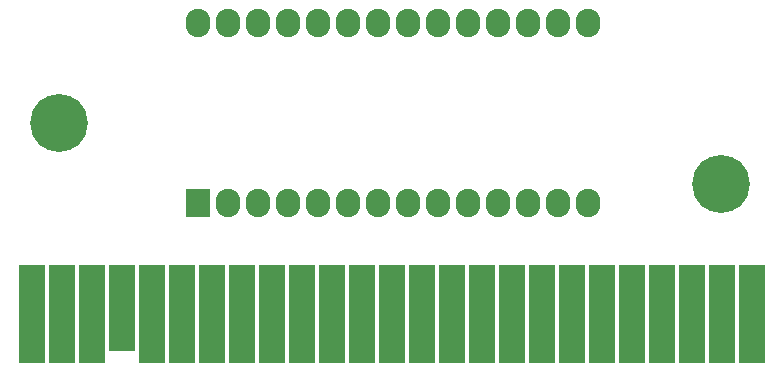
<source format=gbr>
G04 #@! TF.FileFunction,Soldermask,Top*
%FSLAX46Y46*%
G04 Gerber Fmt 4.6, Leading zero omitted, Abs format (unit mm)*
G04 Created by KiCad (PCBNEW 4.0.7) date 02/20/19 23:55:16*
%MOMM*%
%LPD*%
G01*
G04 APERTURE LIST*
%ADD10C,0.100000*%
%ADD11C,4.900000*%
%ADD12R,2.200000X8.400000*%
%ADD13R,2.200000X7.400000*%
%ADD14R,2.100000X2.400000*%
%ADD15O,2.100000X2.400000*%
G04 APERTURE END LIST*
D10*
D11*
X177624640Y-97221440D03*
D12*
X180240840Y-108151440D03*
X177700840Y-108151440D03*
X175160840Y-108151440D03*
X172620840Y-108151440D03*
X170080840Y-108151440D03*
X167540840Y-108151440D03*
X165000840Y-108151440D03*
X162460840Y-108151440D03*
X159920840Y-108151440D03*
X157380840Y-108151440D03*
X154840840Y-108151440D03*
X152300840Y-108151440D03*
X149760840Y-108151440D03*
X147220840Y-108151440D03*
X144680840Y-108151440D03*
X142140840Y-108151440D03*
X139600840Y-108151440D03*
X137060840Y-108151440D03*
X134520840Y-108151440D03*
X131980840Y-108151440D03*
X129440840Y-108151440D03*
D13*
X126895760Y-107658680D03*
D12*
X124360840Y-108151440D03*
X121820840Y-108151440D03*
X119280840Y-108151440D03*
D11*
X121625260Y-92019520D03*
D14*
X133350000Y-98806000D03*
D15*
X166370000Y-83566000D03*
X135890000Y-98806000D03*
X163830000Y-83566000D03*
X138430000Y-98806000D03*
X161290000Y-83566000D03*
X140970000Y-98806000D03*
X158750000Y-83566000D03*
X143510000Y-98806000D03*
X156210000Y-83566000D03*
X146050000Y-98806000D03*
X153670000Y-83566000D03*
X148590000Y-98806000D03*
X151130000Y-83566000D03*
X151130000Y-98806000D03*
X148590000Y-83566000D03*
X153670000Y-98806000D03*
X146050000Y-83566000D03*
X156210000Y-98806000D03*
X143510000Y-83566000D03*
X158750000Y-98806000D03*
X140970000Y-83566000D03*
X161290000Y-98806000D03*
X138430000Y-83566000D03*
X163830000Y-98806000D03*
X135890000Y-83566000D03*
X166370000Y-98806000D03*
X133350000Y-83566000D03*
M02*

</source>
